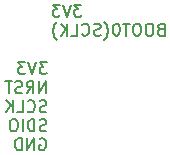
<source format=gbr>
%TF.GenerationSoftware,KiCad,Pcbnew,9.0.0*%
%TF.CreationDate,2025-03-02T18:09:01-08:00*%
%TF.ProjectId,CFS-Bus Adapter R1,4346532d-4275-4732-9041-646170746572,rev?*%
%TF.SameCoordinates,Original*%
%TF.FileFunction,Legend,Bot*%
%TF.FilePolarity,Positive*%
%FSLAX46Y46*%
G04 Gerber Fmt 4.6, Leading zero omitted, Abs format (unit mm)*
G04 Created by KiCad (PCBNEW 9.0.0) date 2025-03-02 18:09:01*
%MOMM*%
%LPD*%
G01*
G04 APERTURE LIST*
G04 Aperture macros list*
%AMRoundRect*
0 Rectangle with rounded corners*
0 $1 Rounding radius*
0 $2 $3 $4 $5 $6 $7 $8 $9 X,Y pos of 4 corners*
0 Add a 4 corners polygon primitive as box body*
4,1,4,$2,$3,$4,$5,$6,$7,$8,$9,$2,$3,0*
0 Add four circle primitives for the rounded corners*
1,1,$1+$1,$2,$3*
1,1,$1+$1,$4,$5*
1,1,$1+$1,$6,$7*
1,1,$1+$1,$8,$9*
0 Add four rect primitives between the rounded corners*
20,1,$1+$1,$2,$3,$4,$5,0*
20,1,$1+$1,$4,$5,$6,$7,0*
20,1,$1+$1,$6,$7,$8,$9,0*
20,1,$1+$1,$8,$9,$2,$3,0*%
G04 Aperture macros list end*
%ADD10C,0.200000*%
%ADD11C,0.800000*%
%ADD12C,6.400000*%
%ADD13R,1.700000X1.700000*%
%ADD14O,1.700000X1.700000*%
%ADD15R,4.600000X2.000000*%
%ADD16O,4.200000X2.000000*%
%ADD17O,2.000000X4.200000*%
%ADD18C,3.000000*%
%ADD19RoundRect,0.333334X0.666666X0.666666X-0.666666X0.666666X-0.666666X-0.666666X0.666666X-0.666666X0*%
%ADD20C,2.000000*%
%ADD21O,1.000000X1.800000*%
%ADD22O,1.000000X2.100000*%
%ADD23C,0.650000*%
G04 APERTURE END LIST*
D10*
X8025564Y17872556D02*
X7406517Y17872556D01*
X7406517Y17872556D02*
X7739850Y17491604D01*
X7739850Y17491604D02*
X7596993Y17491604D01*
X7596993Y17491604D02*
X7501755Y17443985D01*
X7501755Y17443985D02*
X7454136Y17396366D01*
X7454136Y17396366D02*
X7406517Y17301128D01*
X7406517Y17301128D02*
X7406517Y17063033D01*
X7406517Y17063033D02*
X7454136Y16967795D01*
X7454136Y16967795D02*
X7501755Y16920176D01*
X7501755Y16920176D02*
X7596993Y16872556D01*
X7596993Y16872556D02*
X7882707Y16872556D01*
X7882707Y16872556D02*
X7977945Y16920176D01*
X7977945Y16920176D02*
X8025564Y16967795D01*
X7120802Y17872556D02*
X6787469Y16872556D01*
X6787469Y16872556D02*
X6454136Y17872556D01*
X6216040Y17872556D02*
X5596993Y17872556D01*
X5596993Y17872556D02*
X5930326Y17491604D01*
X5930326Y17491604D02*
X5787469Y17491604D01*
X5787469Y17491604D02*
X5692231Y17443985D01*
X5692231Y17443985D02*
X5644612Y17396366D01*
X5644612Y17396366D02*
X5596993Y17301128D01*
X5596993Y17301128D02*
X5596993Y17063033D01*
X5596993Y17063033D02*
X5644612Y16967795D01*
X5644612Y16967795D02*
X5692231Y16920176D01*
X5692231Y16920176D02*
X5787469Y16872556D01*
X5787469Y16872556D02*
X6073183Y16872556D01*
X6073183Y16872556D02*
X6168421Y16920176D01*
X6168421Y16920176D02*
X6216040Y16967795D01*
X7930326Y15262612D02*
X7930326Y16262612D01*
X7930326Y16262612D02*
X7358898Y15262612D01*
X7358898Y15262612D02*
X7358898Y16262612D01*
X6311279Y15262612D02*
X6644612Y15738803D01*
X6882707Y15262612D02*
X6882707Y16262612D01*
X6882707Y16262612D02*
X6501755Y16262612D01*
X6501755Y16262612D02*
X6406517Y16214993D01*
X6406517Y16214993D02*
X6358898Y16167374D01*
X6358898Y16167374D02*
X6311279Y16072136D01*
X6311279Y16072136D02*
X6311279Y15929279D01*
X6311279Y15929279D02*
X6358898Y15834041D01*
X6358898Y15834041D02*
X6406517Y15786422D01*
X6406517Y15786422D02*
X6501755Y15738803D01*
X6501755Y15738803D02*
X6882707Y15738803D01*
X5930326Y15310232D02*
X5787469Y15262612D01*
X5787469Y15262612D02*
X5549374Y15262612D01*
X5549374Y15262612D02*
X5454136Y15310232D01*
X5454136Y15310232D02*
X5406517Y15357851D01*
X5406517Y15357851D02*
X5358898Y15453089D01*
X5358898Y15453089D02*
X5358898Y15548327D01*
X5358898Y15548327D02*
X5406517Y15643565D01*
X5406517Y15643565D02*
X5454136Y15691184D01*
X5454136Y15691184D02*
X5549374Y15738803D01*
X5549374Y15738803D02*
X5739850Y15786422D01*
X5739850Y15786422D02*
X5835088Y15834041D01*
X5835088Y15834041D02*
X5882707Y15881660D01*
X5882707Y15881660D02*
X5930326Y15976898D01*
X5930326Y15976898D02*
X5930326Y16072136D01*
X5930326Y16072136D02*
X5882707Y16167374D01*
X5882707Y16167374D02*
X5835088Y16214993D01*
X5835088Y16214993D02*
X5739850Y16262612D01*
X5739850Y16262612D02*
X5501755Y16262612D01*
X5501755Y16262612D02*
X5358898Y16214993D01*
X5073183Y16262612D02*
X4501755Y16262612D01*
X4787469Y15262612D02*
X4787469Y16262612D01*
X7977945Y13700288D02*
X7835088Y13652668D01*
X7835088Y13652668D02*
X7596993Y13652668D01*
X7596993Y13652668D02*
X7501755Y13700288D01*
X7501755Y13700288D02*
X7454136Y13747907D01*
X7454136Y13747907D02*
X7406517Y13843145D01*
X7406517Y13843145D02*
X7406517Y13938383D01*
X7406517Y13938383D02*
X7454136Y14033621D01*
X7454136Y14033621D02*
X7501755Y14081240D01*
X7501755Y14081240D02*
X7596993Y14128859D01*
X7596993Y14128859D02*
X7787469Y14176478D01*
X7787469Y14176478D02*
X7882707Y14224097D01*
X7882707Y14224097D02*
X7930326Y14271716D01*
X7930326Y14271716D02*
X7977945Y14366954D01*
X7977945Y14366954D02*
X7977945Y14462192D01*
X7977945Y14462192D02*
X7930326Y14557430D01*
X7930326Y14557430D02*
X7882707Y14605049D01*
X7882707Y14605049D02*
X7787469Y14652668D01*
X7787469Y14652668D02*
X7549374Y14652668D01*
X7549374Y14652668D02*
X7406517Y14605049D01*
X6406517Y13747907D02*
X6454136Y13700288D01*
X6454136Y13700288D02*
X6596993Y13652668D01*
X6596993Y13652668D02*
X6692231Y13652668D01*
X6692231Y13652668D02*
X6835088Y13700288D01*
X6835088Y13700288D02*
X6930326Y13795526D01*
X6930326Y13795526D02*
X6977945Y13890764D01*
X6977945Y13890764D02*
X7025564Y14081240D01*
X7025564Y14081240D02*
X7025564Y14224097D01*
X7025564Y14224097D02*
X6977945Y14414573D01*
X6977945Y14414573D02*
X6930326Y14509811D01*
X6930326Y14509811D02*
X6835088Y14605049D01*
X6835088Y14605049D02*
X6692231Y14652668D01*
X6692231Y14652668D02*
X6596993Y14652668D01*
X6596993Y14652668D02*
X6454136Y14605049D01*
X6454136Y14605049D02*
X6406517Y14557430D01*
X5501755Y13652668D02*
X5977945Y13652668D01*
X5977945Y13652668D02*
X5977945Y14652668D01*
X5168421Y13652668D02*
X5168421Y14652668D01*
X4596993Y13652668D02*
X5025564Y14224097D01*
X4596993Y14652668D02*
X5168421Y14081240D01*
X7977945Y12090344D02*
X7835088Y12042724D01*
X7835088Y12042724D02*
X7596993Y12042724D01*
X7596993Y12042724D02*
X7501755Y12090344D01*
X7501755Y12090344D02*
X7454136Y12137963D01*
X7454136Y12137963D02*
X7406517Y12233201D01*
X7406517Y12233201D02*
X7406517Y12328439D01*
X7406517Y12328439D02*
X7454136Y12423677D01*
X7454136Y12423677D02*
X7501755Y12471296D01*
X7501755Y12471296D02*
X7596993Y12518915D01*
X7596993Y12518915D02*
X7787469Y12566534D01*
X7787469Y12566534D02*
X7882707Y12614153D01*
X7882707Y12614153D02*
X7930326Y12661772D01*
X7930326Y12661772D02*
X7977945Y12757010D01*
X7977945Y12757010D02*
X7977945Y12852248D01*
X7977945Y12852248D02*
X7930326Y12947486D01*
X7930326Y12947486D02*
X7882707Y12995105D01*
X7882707Y12995105D02*
X7787469Y13042724D01*
X7787469Y13042724D02*
X7549374Y13042724D01*
X7549374Y13042724D02*
X7406517Y12995105D01*
X6977945Y12042724D02*
X6977945Y13042724D01*
X6977945Y13042724D02*
X6739850Y13042724D01*
X6739850Y13042724D02*
X6596993Y12995105D01*
X6596993Y12995105D02*
X6501755Y12899867D01*
X6501755Y12899867D02*
X6454136Y12804629D01*
X6454136Y12804629D02*
X6406517Y12614153D01*
X6406517Y12614153D02*
X6406517Y12471296D01*
X6406517Y12471296D02*
X6454136Y12280820D01*
X6454136Y12280820D02*
X6501755Y12185582D01*
X6501755Y12185582D02*
X6596993Y12090344D01*
X6596993Y12090344D02*
X6739850Y12042724D01*
X6739850Y12042724D02*
X6977945Y12042724D01*
X5977945Y12042724D02*
X5977945Y13042724D01*
X5311279Y13042724D02*
X5120803Y13042724D01*
X5120803Y13042724D02*
X5025565Y12995105D01*
X5025565Y12995105D02*
X4930327Y12899867D01*
X4930327Y12899867D02*
X4882708Y12709391D01*
X4882708Y12709391D02*
X4882708Y12376058D01*
X4882708Y12376058D02*
X4930327Y12185582D01*
X4930327Y12185582D02*
X5025565Y12090344D01*
X5025565Y12090344D02*
X5120803Y12042724D01*
X5120803Y12042724D02*
X5311279Y12042724D01*
X5311279Y12042724D02*
X5406517Y12090344D01*
X5406517Y12090344D02*
X5501755Y12185582D01*
X5501755Y12185582D02*
X5549374Y12376058D01*
X5549374Y12376058D02*
X5549374Y12709391D01*
X5549374Y12709391D02*
X5501755Y12899867D01*
X5501755Y12899867D02*
X5406517Y12995105D01*
X5406517Y12995105D02*
X5311279Y13042724D01*
X7406517Y11385161D02*
X7501755Y11432780D01*
X7501755Y11432780D02*
X7644612Y11432780D01*
X7644612Y11432780D02*
X7787469Y11385161D01*
X7787469Y11385161D02*
X7882707Y11289923D01*
X7882707Y11289923D02*
X7930326Y11194685D01*
X7930326Y11194685D02*
X7977945Y11004209D01*
X7977945Y11004209D02*
X7977945Y10861352D01*
X7977945Y10861352D02*
X7930326Y10670876D01*
X7930326Y10670876D02*
X7882707Y10575638D01*
X7882707Y10575638D02*
X7787469Y10480400D01*
X7787469Y10480400D02*
X7644612Y10432780D01*
X7644612Y10432780D02*
X7549374Y10432780D01*
X7549374Y10432780D02*
X7406517Y10480400D01*
X7406517Y10480400D02*
X7358898Y10528019D01*
X7358898Y10528019D02*
X7358898Y10861352D01*
X7358898Y10861352D02*
X7549374Y10861352D01*
X6930326Y10432780D02*
X6930326Y11432780D01*
X6930326Y11432780D02*
X6358898Y10432780D01*
X6358898Y10432780D02*
X6358898Y11432780D01*
X5882707Y10432780D02*
X5882707Y11432780D01*
X5882707Y11432780D02*
X5644612Y11432780D01*
X5644612Y11432780D02*
X5501755Y11385161D01*
X5501755Y11385161D02*
X5406517Y11289923D01*
X5406517Y11289923D02*
X5358898Y11194685D01*
X5358898Y11194685D02*
X5311279Y11004209D01*
X5311279Y11004209D02*
X5311279Y10861352D01*
X5311279Y10861352D02*
X5358898Y10670876D01*
X5358898Y10670876D02*
X5406517Y10575638D01*
X5406517Y10575638D02*
X5501755Y10480400D01*
X5501755Y10480400D02*
X5644612Y10432780D01*
X5644612Y10432780D02*
X5882707Y10432780D01*
X10950625Y22742724D02*
X10331578Y22742724D01*
X10331578Y22742724D02*
X10664911Y22361772D01*
X10664911Y22361772D02*
X10522054Y22361772D01*
X10522054Y22361772D02*
X10426816Y22314153D01*
X10426816Y22314153D02*
X10379197Y22266534D01*
X10379197Y22266534D02*
X10331578Y22171296D01*
X10331578Y22171296D02*
X10331578Y21933201D01*
X10331578Y21933201D02*
X10379197Y21837963D01*
X10379197Y21837963D02*
X10426816Y21790344D01*
X10426816Y21790344D02*
X10522054Y21742724D01*
X10522054Y21742724D02*
X10807768Y21742724D01*
X10807768Y21742724D02*
X10903006Y21790344D01*
X10903006Y21790344D02*
X10950625Y21837963D01*
X10045863Y22742724D02*
X9712530Y21742724D01*
X9712530Y21742724D02*
X9379197Y22742724D01*
X9141101Y22742724D02*
X8522054Y22742724D01*
X8522054Y22742724D02*
X8855387Y22361772D01*
X8855387Y22361772D02*
X8712530Y22361772D01*
X8712530Y22361772D02*
X8617292Y22314153D01*
X8617292Y22314153D02*
X8569673Y22266534D01*
X8569673Y22266534D02*
X8522054Y22171296D01*
X8522054Y22171296D02*
X8522054Y21933201D01*
X8522054Y21933201D02*
X8569673Y21837963D01*
X8569673Y21837963D02*
X8617292Y21790344D01*
X8617292Y21790344D02*
X8712530Y21742724D01*
X8712530Y21742724D02*
X8998244Y21742724D01*
X8998244Y21742724D02*
X9093482Y21790344D01*
X9093482Y21790344D02*
X9141101Y21837963D01*
X17664912Y20656590D02*
X17522055Y20608971D01*
X17522055Y20608971D02*
X17474436Y20561352D01*
X17474436Y20561352D02*
X17426817Y20466114D01*
X17426817Y20466114D02*
X17426817Y20323257D01*
X17426817Y20323257D02*
X17474436Y20228019D01*
X17474436Y20228019D02*
X17522055Y20180400D01*
X17522055Y20180400D02*
X17617293Y20132780D01*
X17617293Y20132780D02*
X17998245Y20132780D01*
X17998245Y20132780D02*
X17998245Y21132780D01*
X17998245Y21132780D02*
X17664912Y21132780D01*
X17664912Y21132780D02*
X17569674Y21085161D01*
X17569674Y21085161D02*
X17522055Y21037542D01*
X17522055Y21037542D02*
X17474436Y20942304D01*
X17474436Y20942304D02*
X17474436Y20847066D01*
X17474436Y20847066D02*
X17522055Y20751828D01*
X17522055Y20751828D02*
X17569674Y20704209D01*
X17569674Y20704209D02*
X17664912Y20656590D01*
X17664912Y20656590D02*
X17998245Y20656590D01*
X16807769Y21132780D02*
X16617293Y21132780D01*
X16617293Y21132780D02*
X16522055Y21085161D01*
X16522055Y21085161D02*
X16426817Y20989923D01*
X16426817Y20989923D02*
X16379198Y20799447D01*
X16379198Y20799447D02*
X16379198Y20466114D01*
X16379198Y20466114D02*
X16426817Y20275638D01*
X16426817Y20275638D02*
X16522055Y20180400D01*
X16522055Y20180400D02*
X16617293Y20132780D01*
X16617293Y20132780D02*
X16807769Y20132780D01*
X16807769Y20132780D02*
X16903007Y20180400D01*
X16903007Y20180400D02*
X16998245Y20275638D01*
X16998245Y20275638D02*
X17045864Y20466114D01*
X17045864Y20466114D02*
X17045864Y20799447D01*
X17045864Y20799447D02*
X16998245Y20989923D01*
X16998245Y20989923D02*
X16903007Y21085161D01*
X16903007Y21085161D02*
X16807769Y21132780D01*
X15760150Y21132780D02*
X15569674Y21132780D01*
X15569674Y21132780D02*
X15474436Y21085161D01*
X15474436Y21085161D02*
X15379198Y20989923D01*
X15379198Y20989923D02*
X15331579Y20799447D01*
X15331579Y20799447D02*
X15331579Y20466114D01*
X15331579Y20466114D02*
X15379198Y20275638D01*
X15379198Y20275638D02*
X15474436Y20180400D01*
X15474436Y20180400D02*
X15569674Y20132780D01*
X15569674Y20132780D02*
X15760150Y20132780D01*
X15760150Y20132780D02*
X15855388Y20180400D01*
X15855388Y20180400D02*
X15950626Y20275638D01*
X15950626Y20275638D02*
X15998245Y20466114D01*
X15998245Y20466114D02*
X15998245Y20799447D01*
X15998245Y20799447D02*
X15950626Y20989923D01*
X15950626Y20989923D02*
X15855388Y21085161D01*
X15855388Y21085161D02*
X15760150Y21132780D01*
X15045864Y21132780D02*
X14474436Y21132780D01*
X14760150Y20132780D02*
X14760150Y21132780D01*
X13950626Y21132780D02*
X13855388Y21132780D01*
X13855388Y21132780D02*
X13760150Y21085161D01*
X13760150Y21085161D02*
X13712531Y21037542D01*
X13712531Y21037542D02*
X13664912Y20942304D01*
X13664912Y20942304D02*
X13617293Y20751828D01*
X13617293Y20751828D02*
X13617293Y20513733D01*
X13617293Y20513733D02*
X13664912Y20323257D01*
X13664912Y20323257D02*
X13712531Y20228019D01*
X13712531Y20228019D02*
X13760150Y20180400D01*
X13760150Y20180400D02*
X13855388Y20132780D01*
X13855388Y20132780D02*
X13950626Y20132780D01*
X13950626Y20132780D02*
X14045864Y20180400D01*
X14045864Y20180400D02*
X14093483Y20228019D01*
X14093483Y20228019D02*
X14141102Y20323257D01*
X14141102Y20323257D02*
X14188721Y20513733D01*
X14188721Y20513733D02*
X14188721Y20751828D01*
X14188721Y20751828D02*
X14141102Y20942304D01*
X14141102Y20942304D02*
X14093483Y21037542D01*
X14093483Y21037542D02*
X14045864Y21085161D01*
X14045864Y21085161D02*
X13950626Y21132780D01*
X12903007Y19751828D02*
X12950626Y19799447D01*
X12950626Y19799447D02*
X13045864Y19942304D01*
X13045864Y19942304D02*
X13093483Y20037542D01*
X13093483Y20037542D02*
X13141102Y20180400D01*
X13141102Y20180400D02*
X13188721Y20418495D01*
X13188721Y20418495D02*
X13188721Y20608971D01*
X13188721Y20608971D02*
X13141102Y20847066D01*
X13141102Y20847066D02*
X13093483Y20989923D01*
X13093483Y20989923D02*
X13045864Y21085161D01*
X13045864Y21085161D02*
X12950626Y21228019D01*
X12950626Y21228019D02*
X12903007Y21275638D01*
X12569673Y20180400D02*
X12426816Y20132780D01*
X12426816Y20132780D02*
X12188721Y20132780D01*
X12188721Y20132780D02*
X12093483Y20180400D01*
X12093483Y20180400D02*
X12045864Y20228019D01*
X12045864Y20228019D02*
X11998245Y20323257D01*
X11998245Y20323257D02*
X11998245Y20418495D01*
X11998245Y20418495D02*
X12045864Y20513733D01*
X12045864Y20513733D02*
X12093483Y20561352D01*
X12093483Y20561352D02*
X12188721Y20608971D01*
X12188721Y20608971D02*
X12379197Y20656590D01*
X12379197Y20656590D02*
X12474435Y20704209D01*
X12474435Y20704209D02*
X12522054Y20751828D01*
X12522054Y20751828D02*
X12569673Y20847066D01*
X12569673Y20847066D02*
X12569673Y20942304D01*
X12569673Y20942304D02*
X12522054Y21037542D01*
X12522054Y21037542D02*
X12474435Y21085161D01*
X12474435Y21085161D02*
X12379197Y21132780D01*
X12379197Y21132780D02*
X12141102Y21132780D01*
X12141102Y21132780D02*
X11998245Y21085161D01*
X10998245Y20228019D02*
X11045864Y20180400D01*
X11045864Y20180400D02*
X11188721Y20132780D01*
X11188721Y20132780D02*
X11283959Y20132780D01*
X11283959Y20132780D02*
X11426816Y20180400D01*
X11426816Y20180400D02*
X11522054Y20275638D01*
X11522054Y20275638D02*
X11569673Y20370876D01*
X11569673Y20370876D02*
X11617292Y20561352D01*
X11617292Y20561352D02*
X11617292Y20704209D01*
X11617292Y20704209D02*
X11569673Y20894685D01*
X11569673Y20894685D02*
X11522054Y20989923D01*
X11522054Y20989923D02*
X11426816Y21085161D01*
X11426816Y21085161D02*
X11283959Y21132780D01*
X11283959Y21132780D02*
X11188721Y21132780D01*
X11188721Y21132780D02*
X11045864Y21085161D01*
X11045864Y21085161D02*
X10998245Y21037542D01*
X10093483Y20132780D02*
X10569673Y20132780D01*
X10569673Y20132780D02*
X10569673Y21132780D01*
X9760149Y20132780D02*
X9760149Y21132780D01*
X9188721Y20132780D02*
X9617292Y20704209D01*
X9188721Y21132780D02*
X9760149Y20561352D01*
X8855387Y19751828D02*
X8807768Y19799447D01*
X8807768Y19799447D02*
X8712530Y19942304D01*
X8712530Y19942304D02*
X8664911Y20037542D01*
X8664911Y20037542D02*
X8617292Y20180400D01*
X8617292Y20180400D02*
X8569673Y20418495D01*
X8569673Y20418495D02*
X8569673Y20608971D01*
X8569673Y20608971D02*
X8617292Y20847066D01*
X8617292Y20847066D02*
X8664911Y20989923D01*
X8664911Y20989923D02*
X8712530Y21085161D01*
X8712530Y21085161D02*
X8807768Y21228019D01*
X8807768Y21228019D02*
X8855387Y21275638D01*
%LPC*%
D11*
%TO.C,H1*%
X1600000Y4000000D03*
X2302944Y5697056D03*
X2302944Y2302944D03*
X4000000Y6400000D03*
D12*
X4000000Y4000000D03*
D11*
X4000000Y1600000D03*
X5697056Y5697056D03*
X5697056Y2302944D03*
X6400000Y4000000D03*
%TD*%
%TO.C,H2*%
X33600000Y4000000D03*
X34302944Y5697056D03*
X34302944Y2302944D03*
X36000000Y6400000D03*
D12*
X36000000Y4000000D03*
D11*
X36000000Y1600000D03*
X37697056Y5697056D03*
X37697056Y2302944D03*
X38400000Y4000000D03*
%TD*%
%TO.C,H3*%
X1600000Y56000000D03*
X2302944Y57697056D03*
X2302944Y54302944D03*
X4000000Y58400000D03*
D12*
X4000000Y56000000D03*
D11*
X4000000Y53600000D03*
X5697056Y57697056D03*
X5697056Y54302944D03*
X6400000Y56000000D03*
%TD*%
%TO.C,H4*%
X33600000Y56000000D03*
X34302944Y57697056D03*
X34302944Y54302944D03*
X36000000Y58400000D03*
D12*
X36000000Y56000000D03*
D11*
X36000000Y53600000D03*
X37697056Y57697056D03*
X37697056Y54302944D03*
X38400000Y56000000D03*
%TD*%
D13*
%TO.C,J2*%
X3000000Y21620000D03*
D14*
X3000000Y19080000D03*
X3000000Y16540000D03*
X3000000Y14000000D03*
X3000000Y11460000D03*
%TD*%
D15*
%TO.C,J3*%
X27350000Y14350000D03*
D16*
X27350000Y8050000D03*
D17*
X32150000Y11450000D03*
%TD*%
D18*
%TO.C,J4*%
X24000000Y5000000D03*
D19*
X24000000Y9320000D03*
D20*
X24000000Y12320000D03*
%TD*%
D13*
%TO.C,P2*%
X7000000Y22540000D03*
D14*
X7000000Y20000000D03*
%TD*%
D20*
%TO.C,TP1*%
X26300000Y19000000D03*
%TD*%
%TO.C,TP2*%
X35000000Y39000000D03*
%TD*%
%TO.C,TP3*%
X8000000Y51000000D03*
%TD*%
%TO.C,TP4*%
X12000000Y14000000D03*
%TD*%
%TO.C,TP5*%
X12000000Y18000000D03*
%TD*%
D21*
%TO.C,X1*%
X18320000Y2925000D03*
D22*
X18320000Y7105000D03*
D21*
X9680000Y2925000D03*
D22*
X9680000Y7105000D03*
D23*
X16890000Y6605000D03*
X11110000Y6605000D03*
%TD*%
%LPD*%
M02*

</source>
